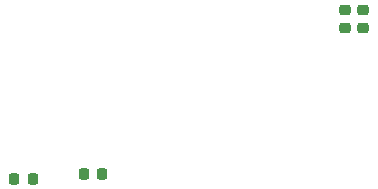
<source format=gbp>
G04 #@! TF.GenerationSoftware,KiCad,Pcbnew,6.0.6+dfsg-1~bpo11+1*
G04 #@! TF.CreationDate,2022-07-19T19:35:54+02:00*
G04 #@! TF.ProjectId,EnergyMeter,456e6572-6779-44d6-9574-65722e6b6963,rev?*
G04 #@! TF.SameCoordinates,Original*
G04 #@! TF.FileFunction,Paste,Bot*
G04 #@! TF.FilePolarity,Positive*
%FSLAX46Y46*%
G04 Gerber Fmt 4.6, Leading zero omitted, Abs format (unit mm)*
G04 Created by KiCad (PCBNEW 6.0.6+dfsg-1~bpo11+1) date 2022-07-19 19:35:54*
%MOMM*%
%LPD*%
G01*
G04 APERTURE LIST*
G04 Aperture macros list*
%AMRoundRect*
0 Rectangle with rounded corners*
0 $1 Rounding radius*
0 $2 $3 $4 $5 $6 $7 $8 $9 X,Y pos of 4 corners*
0 Add a 4 corners polygon primitive as box body*
4,1,4,$2,$3,$4,$5,$6,$7,$8,$9,$2,$3,0*
0 Add four circle primitives for the rounded corners*
1,1,$1+$1,$2,$3*
1,1,$1+$1,$4,$5*
1,1,$1+$1,$6,$7*
1,1,$1+$1,$8,$9*
0 Add four rect primitives between the rounded corners*
20,1,$1+$1,$2,$3,$4,$5,0*
20,1,$1+$1,$4,$5,$6,$7,0*
20,1,$1+$1,$6,$7,$8,$9,0*
20,1,$1+$1,$8,$9,$2,$3,0*%
G04 Aperture macros list end*
%ADD10RoundRect,0.225000X-0.250000X0.225000X-0.250000X-0.225000X0.250000X-0.225000X0.250000X0.225000X0*%
%ADD11RoundRect,0.225000X0.225000X0.250000X-0.225000X0.250000X-0.225000X-0.250000X0.225000X-0.250000X0*%
G04 APERTURE END LIST*
D10*
G04 #@! TO.C,C8*
X67300000Y-27125000D03*
X67300000Y-28675000D03*
G04 #@! TD*
G04 #@! TO.C,C7*
X65775000Y-27125000D03*
X65775000Y-28675000D03*
G04 #@! TD*
D11*
G04 #@! TO.C,C20*
X45175000Y-41000000D03*
X43625000Y-41000000D03*
G04 #@! TD*
G04 #@! TO.C,C19*
X39300000Y-41425000D03*
X37750000Y-41425000D03*
G04 #@! TD*
M02*

</source>
